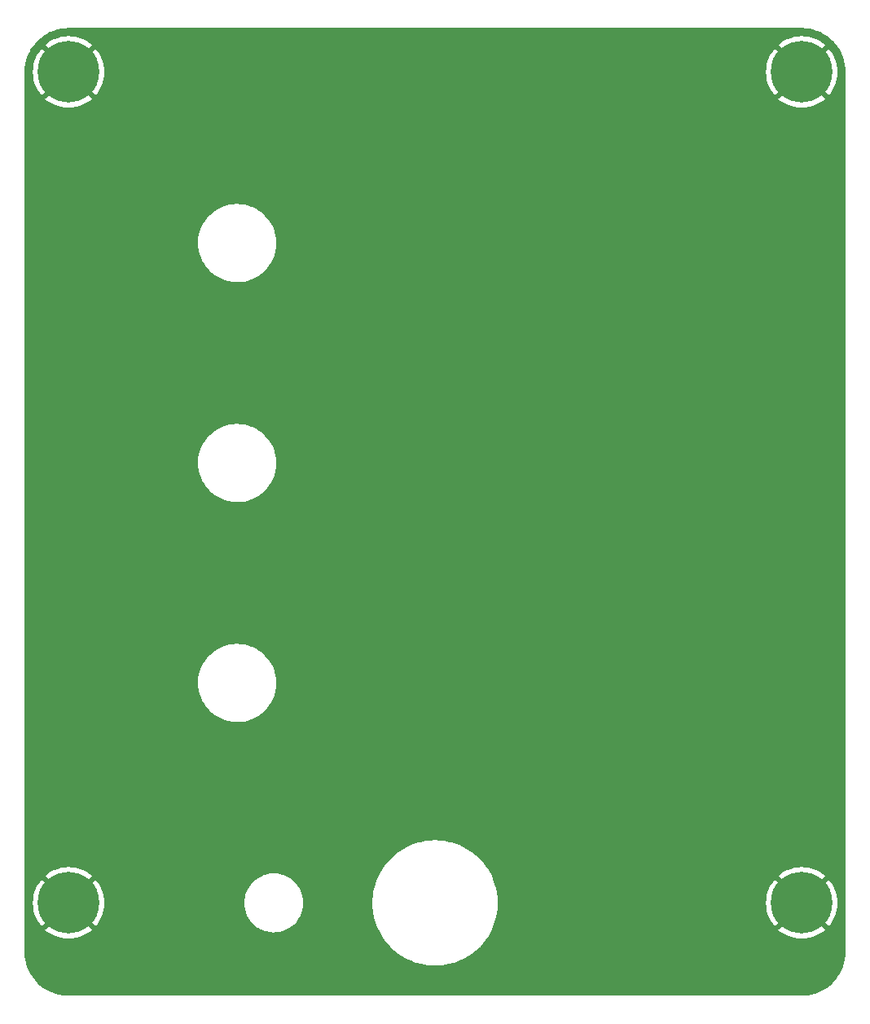
<source format=gtl>
G04 #@! TF.GenerationSoftware,KiCad,Pcbnew,6.0.5+dfsg-1~bpo11+1*
G04 #@! TF.CreationDate,2022-10-16T01:22:10+00:00*
G04 #@! TF.ProjectId,phasor_II_front_panel,70686173-6f72-45f4-9949-5f66726f6e74,0*
G04 #@! TF.SameCoordinates,Original*
G04 #@! TF.FileFunction,Copper,L1,Top*
G04 #@! TF.FilePolarity,Positive*
%FSLAX46Y46*%
G04 Gerber Fmt 4.6, Leading zero omitted, Abs format (unit mm)*
G04 Created by KiCad (PCBNEW 6.0.5+dfsg-1~bpo11+1) date 2022-10-16 01:22:10*
%MOMM*%
%LPD*%
G01*
G04 APERTURE LIST*
G04 #@! TA.AperFunction,ComponentPad*
%ADD10C,0.800000*%
G04 #@! TD*
G04 #@! TA.AperFunction,ComponentPad*
%ADD11C,6.400000*%
G04 #@! TD*
G04 APERTURE END LIST*
D10*
X189911056Y-56722944D03*
X186516944Y-60117056D03*
X188214000Y-56020000D03*
X190614000Y-58420000D03*
D11*
X188214000Y-58420000D03*
D10*
X186516944Y-56722944D03*
X185814000Y-58420000D03*
X189911056Y-60117056D03*
X188214000Y-60820000D03*
X188214000Y-142380000D03*
X186516944Y-146477056D03*
X185814000Y-144780000D03*
X190614000Y-144780000D03*
X189911056Y-143082944D03*
X189911056Y-146477056D03*
X186516944Y-143082944D03*
D11*
X188214000Y-144780000D03*
D10*
X188214000Y-147180000D03*
X109614000Y-144780000D03*
X112014000Y-142380000D03*
X113711056Y-146477056D03*
X110316944Y-143082944D03*
X113711056Y-143082944D03*
X110316944Y-146477056D03*
D11*
X112014000Y-144780000D03*
D10*
X112014000Y-147180000D03*
X114414000Y-144780000D03*
X110316944Y-56722944D03*
X112014000Y-60820000D03*
X109614000Y-58420000D03*
X113711056Y-56722944D03*
D11*
X112014000Y-58420000D03*
D10*
X112014000Y-56020000D03*
X114414000Y-58420000D03*
X110316944Y-60117056D03*
X113711056Y-60117056D03*
G04 #@! TA.AperFunction,Conductor*
G36*
X188184018Y-53850000D02*
G01*
X188198851Y-53852310D01*
X188198855Y-53852310D01*
X188207724Y-53853691D01*
X188228183Y-53851016D01*
X188250008Y-53850072D01*
X188606937Y-53865656D01*
X188617886Y-53866614D01*
X189002379Y-53917233D01*
X189013205Y-53919142D01*
X189391822Y-54003080D01*
X189402439Y-54005925D01*
X189572702Y-54059608D01*
X189772302Y-54122542D01*
X189782615Y-54126295D01*
X190140932Y-54274715D01*
X190150876Y-54279353D01*
X190494867Y-54458423D01*
X190504387Y-54463919D01*
X190831468Y-54672292D01*
X190840472Y-54678597D01*
X191148138Y-54914678D01*
X191156558Y-54921743D01*
X191442483Y-55183744D01*
X191450252Y-55191513D01*
X191463682Y-55206169D01*
X191712257Y-55477442D01*
X191719322Y-55485862D01*
X191955403Y-55793528D01*
X191961708Y-55802532D01*
X192170081Y-56129613D01*
X192175576Y-56139132D01*
X192225451Y-56234939D01*
X192354643Y-56483115D01*
X192359289Y-56493077D01*
X192507702Y-56851377D01*
X192511461Y-56861706D01*
X192628075Y-57231561D01*
X192630920Y-57242178D01*
X192714858Y-57620795D01*
X192716767Y-57631621D01*
X192767386Y-58016114D01*
X192768344Y-58027064D01*
X192783603Y-58376552D01*
X192782223Y-58401429D01*
X192780309Y-58413724D01*
X192781473Y-58422626D01*
X192781473Y-58422628D01*
X192784436Y-58445283D01*
X192785500Y-58461621D01*
X192785500Y-149810633D01*
X192784000Y-149830018D01*
X192781690Y-149844851D01*
X192781690Y-149844855D01*
X192780309Y-149853724D01*
X192782984Y-149874183D01*
X192783928Y-149896008D01*
X192777291Y-150048014D01*
X192768344Y-150252936D01*
X192767386Y-150263886D01*
X192716767Y-150648379D01*
X192714858Y-150659205D01*
X192630920Y-151037822D01*
X192628075Y-151048439D01*
X192511461Y-151418294D01*
X192507702Y-151428623D01*
X192359289Y-151786923D01*
X192354643Y-151796885D01*
X192175577Y-152140867D01*
X192170081Y-152150387D01*
X191961708Y-152477468D01*
X191955403Y-152486472D01*
X191719322Y-152794138D01*
X191712257Y-152802558D01*
X191450256Y-153088483D01*
X191442483Y-153096256D01*
X191156558Y-153358257D01*
X191148138Y-153365322D01*
X190840472Y-153601403D01*
X190831468Y-153607708D01*
X190504387Y-153816081D01*
X190494868Y-153821576D01*
X190150876Y-154000647D01*
X190140932Y-154005285D01*
X189782615Y-154153705D01*
X189772302Y-154157458D01*
X189572702Y-154220392D01*
X189402439Y-154274075D01*
X189391822Y-154276920D01*
X189013205Y-154360858D01*
X189002379Y-154362767D01*
X188617886Y-154413386D01*
X188606937Y-154414344D01*
X188257446Y-154429603D01*
X188232571Y-154428223D01*
X188220276Y-154426309D01*
X188211374Y-154427473D01*
X188211372Y-154427473D01*
X188196323Y-154429441D01*
X188188714Y-154430436D01*
X188172379Y-154431500D01*
X112063367Y-154431500D01*
X112043982Y-154430000D01*
X112029149Y-154427690D01*
X112029145Y-154427690D01*
X112020276Y-154426309D01*
X111999817Y-154428984D01*
X111977992Y-154429928D01*
X111621063Y-154414344D01*
X111610114Y-154413386D01*
X111225621Y-154362767D01*
X111214795Y-154360858D01*
X110836178Y-154276920D01*
X110825561Y-154274075D01*
X110655298Y-154220392D01*
X110455698Y-154157458D01*
X110445385Y-154153705D01*
X110087068Y-154005285D01*
X110077124Y-154000647D01*
X109733132Y-153821576D01*
X109723613Y-153816081D01*
X109396532Y-153607708D01*
X109387528Y-153601403D01*
X109079862Y-153365322D01*
X109071442Y-153358257D01*
X108785517Y-153096256D01*
X108777744Y-153088483D01*
X108515743Y-152802558D01*
X108508678Y-152794138D01*
X108272597Y-152486472D01*
X108266292Y-152477468D01*
X108057919Y-152150387D01*
X108052423Y-152140867D01*
X107873357Y-151796885D01*
X107868711Y-151786923D01*
X107720298Y-151428623D01*
X107716539Y-151418294D01*
X107599925Y-151048439D01*
X107597080Y-151037822D01*
X107513142Y-150659205D01*
X107511233Y-150648379D01*
X107460614Y-150263886D01*
X107459656Y-150252936D01*
X107444561Y-149907208D01*
X107446188Y-149880805D01*
X107446769Y-149877352D01*
X107446770Y-149877345D01*
X107447576Y-149872552D01*
X107447729Y-149860000D01*
X107443773Y-149832376D01*
X107442500Y-149814514D01*
X107442500Y-147577386D01*
X109581759Y-147577386D01*
X109589216Y-147587753D01*
X109828935Y-147781874D01*
X109834272Y-147785751D01*
X110154685Y-147993830D01*
X110160394Y-147997127D01*
X110500811Y-148170578D01*
X110506836Y-148173260D01*
X110863502Y-148310171D01*
X110869784Y-148312212D01*
X111238816Y-148411094D01*
X111245266Y-148412465D01*
X111622629Y-148472234D01*
X111629167Y-148472920D01*
X112010699Y-148492916D01*
X112017301Y-148492916D01*
X112398833Y-148472920D01*
X112405371Y-148472234D01*
X112782734Y-148412465D01*
X112789184Y-148411094D01*
X113158216Y-148312212D01*
X113164498Y-148310171D01*
X113521164Y-148173260D01*
X113527189Y-148170578D01*
X113867606Y-147997127D01*
X113873315Y-147993830D01*
X114193728Y-147785751D01*
X114199065Y-147781874D01*
X114437835Y-147588522D01*
X114446300Y-147576267D01*
X114439966Y-147565176D01*
X112026812Y-145152022D01*
X112012868Y-145144408D01*
X112011035Y-145144539D01*
X112004420Y-145148790D01*
X109588900Y-147564310D01*
X109581759Y-147577386D01*
X107442500Y-147577386D01*
X107442500Y-144783301D01*
X108301084Y-144783301D01*
X108321080Y-145164833D01*
X108321766Y-145171371D01*
X108381535Y-145548734D01*
X108382906Y-145555184D01*
X108481788Y-145924216D01*
X108483829Y-145930498D01*
X108620740Y-146287164D01*
X108623422Y-146293189D01*
X108796872Y-146633603D01*
X108800169Y-146639313D01*
X109008253Y-146959735D01*
X109012123Y-146965061D01*
X109205478Y-147203835D01*
X109217733Y-147212300D01*
X109228824Y-147205966D01*
X111641978Y-144792812D01*
X111648356Y-144781132D01*
X112378408Y-144781132D01*
X112378539Y-144782965D01*
X112382790Y-144789580D01*
X114798310Y-147205100D01*
X114811386Y-147212241D01*
X114821753Y-147204784D01*
X115015877Y-146965061D01*
X115019747Y-146959735D01*
X115227831Y-146639313D01*
X115231128Y-146633603D01*
X115404578Y-146293189D01*
X115407260Y-146287164D01*
X115544171Y-145930498D01*
X115546212Y-145924216D01*
X115645094Y-145555184D01*
X115646465Y-145548734D01*
X115706234Y-145171371D01*
X115706920Y-145164833D01*
X115726916Y-144783301D01*
X115726916Y-144776699D01*
X115724847Y-144737229D01*
X130286980Y-144737229D01*
X130287877Y-144758622D01*
X130301301Y-145078928D01*
X130321024Y-145206332D01*
X130334139Y-145291045D01*
X130353622Y-145416900D01*
X130443290Y-145746934D01*
X130569188Y-146064916D01*
X130570843Y-146068028D01*
X130570845Y-146068033D01*
X130657646Y-146231281D01*
X130729746Y-146366882D01*
X130731736Y-146369788D01*
X130731737Y-146369790D01*
X130920973Y-146646162D01*
X130920978Y-146646168D01*
X130922964Y-146649069D01*
X131146433Y-146907960D01*
X131397367Y-147140328D01*
X131672639Y-147343276D01*
X131675676Y-147345030D01*
X131675680Y-147345032D01*
X131793231Y-147412900D01*
X131968818Y-147514275D01*
X132095715Y-147569715D01*
X132278992Y-147649787D01*
X132278995Y-147649788D01*
X132282213Y-147651194D01*
X132285570Y-147652233D01*
X132285575Y-147652235D01*
X132421434Y-147694290D01*
X132608916Y-147752325D01*
X132612372Y-147752984D01*
X132612371Y-147752984D01*
X132941405Y-147815751D01*
X132941410Y-147815752D01*
X132944856Y-147816409D01*
X133169015Y-147833657D01*
X133282350Y-147842378D01*
X133282351Y-147842378D01*
X133285847Y-147842647D01*
X133498892Y-147835208D01*
X133624122Y-147830835D01*
X133624127Y-147830835D01*
X133627637Y-147830712D01*
X133796802Y-147805731D01*
X133962487Y-147781265D01*
X133962491Y-147781264D01*
X133965966Y-147780751D01*
X133969358Y-147779855D01*
X133969362Y-147779854D01*
X134293210Y-147694290D01*
X134293219Y-147694287D01*
X134296618Y-147693389D01*
X134615471Y-147569715D01*
X134918551Y-147411268D01*
X135202080Y-147220025D01*
X135462525Y-146998369D01*
X135464920Y-146995819D01*
X135464928Y-146995811D01*
X135694227Y-146751631D01*
X135694231Y-146751626D01*
X135696638Y-146749063D01*
X135698743Y-146746249D01*
X135698749Y-146746242D01*
X135899394Y-146478034D01*
X135901503Y-146475215D01*
X135903284Y-146472180D01*
X136072784Y-146183275D01*
X136072787Y-146183270D01*
X136074566Y-146180237D01*
X136111313Y-146097702D01*
X136212237Y-145871023D01*
X136212239Y-145871018D01*
X136213669Y-145867806D01*
X136317079Y-145541816D01*
X136383507Y-145206332D01*
X136394501Y-145075411D01*
X136411942Y-144867715D01*
X136411942Y-144867708D01*
X136412125Y-144865533D01*
X136413140Y-144792812D01*
X136413289Y-144782178D01*
X136413289Y-144782166D01*
X136413319Y-144780000D01*
X143600478Y-144780000D01*
X143609513Y-145009960D01*
X143620557Y-145291045D01*
X143620846Y-145293488D01*
X143620847Y-145293499D01*
X143650634Y-145545167D01*
X143680670Y-145798939D01*
X143780447Y-146300552D01*
X143919272Y-146792789D01*
X144096290Y-147272617D01*
X144097320Y-147274852D01*
X144097322Y-147274856D01*
X144309372Y-147734829D01*
X144309379Y-147734842D01*
X144310409Y-147737077D01*
X144560310Y-148183306D01*
X144844450Y-148608552D01*
X145161079Y-149010194D01*
X145162756Y-149012009D01*
X145162761Y-149012014D01*
X145419119Y-149289341D01*
X145508244Y-149385756D01*
X145883806Y-149732921D01*
X145885749Y-149734453D01*
X145885754Y-149734457D01*
X146037044Y-149853724D01*
X146285448Y-150049550D01*
X146710694Y-150333690D01*
X147156923Y-150583591D01*
X147159158Y-150584621D01*
X147159171Y-150584628D01*
X147619144Y-150796678D01*
X147621383Y-150797710D01*
X148101211Y-150974728D01*
X148324926Y-151037822D01*
X148591068Y-151112882D01*
X148591073Y-151112883D01*
X148593448Y-151113553D01*
X149095061Y-151213330D01*
X149258981Y-151232731D01*
X149600501Y-151273153D01*
X149600512Y-151273154D01*
X149602955Y-151273443D01*
X150114000Y-151293522D01*
X150625045Y-151273443D01*
X150627488Y-151273154D01*
X150627499Y-151273153D01*
X150969019Y-151232731D01*
X151132939Y-151213330D01*
X151634552Y-151113553D01*
X151636927Y-151112883D01*
X151636932Y-151112882D01*
X151903074Y-151037822D01*
X152126789Y-150974728D01*
X152606617Y-150797710D01*
X152608856Y-150796678D01*
X153068829Y-150584628D01*
X153068842Y-150584621D01*
X153071077Y-150583591D01*
X153517306Y-150333690D01*
X153942552Y-150049550D01*
X154190956Y-149853724D01*
X154342246Y-149734457D01*
X154342251Y-149734453D01*
X154344194Y-149732921D01*
X154719756Y-149385756D01*
X154808881Y-149289341D01*
X155065239Y-149012014D01*
X155065244Y-149012009D01*
X155066921Y-149010194D01*
X155383550Y-148608552D01*
X155667690Y-148183306D01*
X155917591Y-147737077D01*
X155918621Y-147734842D01*
X155918628Y-147734829D01*
X155991210Y-147577386D01*
X185781759Y-147577386D01*
X185789216Y-147587753D01*
X186028935Y-147781874D01*
X186034272Y-147785751D01*
X186354685Y-147993830D01*
X186360394Y-147997127D01*
X186700811Y-148170578D01*
X186706836Y-148173260D01*
X187063502Y-148310171D01*
X187069784Y-148312212D01*
X187438816Y-148411094D01*
X187445266Y-148412465D01*
X187822629Y-148472234D01*
X187829167Y-148472920D01*
X188210699Y-148492916D01*
X188217301Y-148492916D01*
X188598833Y-148472920D01*
X188605371Y-148472234D01*
X188982734Y-148412465D01*
X188989184Y-148411094D01*
X189358216Y-148312212D01*
X189364498Y-148310171D01*
X189721164Y-148173260D01*
X189727189Y-148170578D01*
X190067606Y-147997127D01*
X190073315Y-147993830D01*
X190393728Y-147785751D01*
X190399065Y-147781874D01*
X190637835Y-147588522D01*
X190646300Y-147576267D01*
X190639966Y-147565176D01*
X188226812Y-145152022D01*
X188212868Y-145144408D01*
X188211035Y-145144539D01*
X188204420Y-145148790D01*
X185788900Y-147564310D01*
X185781759Y-147577386D01*
X155991210Y-147577386D01*
X156130678Y-147274856D01*
X156130680Y-147274852D01*
X156131710Y-147272617D01*
X156308728Y-146792789D01*
X156447553Y-146300552D01*
X156547330Y-145798939D01*
X156577366Y-145545167D01*
X156607153Y-145293499D01*
X156607154Y-145293488D01*
X156607443Y-145291045D01*
X156627392Y-144783301D01*
X184501084Y-144783301D01*
X184521080Y-145164833D01*
X184521766Y-145171371D01*
X184581535Y-145548734D01*
X184582906Y-145555184D01*
X184681788Y-145924216D01*
X184683829Y-145930498D01*
X184820740Y-146287164D01*
X184823422Y-146293189D01*
X184996872Y-146633603D01*
X185000169Y-146639313D01*
X185208253Y-146959735D01*
X185212123Y-146965061D01*
X185405478Y-147203835D01*
X185417733Y-147212300D01*
X185428824Y-147205966D01*
X187841978Y-144792812D01*
X187848356Y-144781132D01*
X188578408Y-144781132D01*
X188578539Y-144782965D01*
X188582790Y-144789580D01*
X190998310Y-147205100D01*
X191011386Y-147212241D01*
X191021753Y-147204784D01*
X191215877Y-146965061D01*
X191219747Y-146959735D01*
X191427831Y-146639313D01*
X191431128Y-146633603D01*
X191604578Y-146293189D01*
X191607260Y-146287164D01*
X191744171Y-145930498D01*
X191746212Y-145924216D01*
X191845094Y-145555184D01*
X191846465Y-145548734D01*
X191906234Y-145171371D01*
X191906920Y-145164833D01*
X191926916Y-144783301D01*
X191926916Y-144776699D01*
X191906920Y-144395167D01*
X191906234Y-144388629D01*
X191846465Y-144011266D01*
X191845094Y-144004816D01*
X191746212Y-143635784D01*
X191744171Y-143629502D01*
X191607260Y-143272836D01*
X191604578Y-143266811D01*
X191431128Y-142926397D01*
X191427831Y-142920687D01*
X191219747Y-142600265D01*
X191215877Y-142594939D01*
X191022522Y-142356165D01*
X191010267Y-142347700D01*
X190999176Y-142354034D01*
X188586022Y-144767188D01*
X188578408Y-144781132D01*
X187848356Y-144781132D01*
X187849592Y-144778868D01*
X187849461Y-144777035D01*
X187845210Y-144770420D01*
X185429690Y-142354900D01*
X185416614Y-142347759D01*
X185406247Y-142355216D01*
X185212123Y-142594939D01*
X185208253Y-142600265D01*
X185000169Y-142920687D01*
X184996872Y-142926397D01*
X184823422Y-143266811D01*
X184820740Y-143272836D01*
X184683829Y-143629502D01*
X184681788Y-143635784D01*
X184582906Y-144004816D01*
X184581535Y-144011266D01*
X184521766Y-144388629D01*
X184521080Y-144395167D01*
X184501084Y-144776699D01*
X184501084Y-144783301D01*
X156627392Y-144783301D01*
X156627522Y-144780000D01*
X156607443Y-144268955D01*
X156600518Y-144210440D01*
X156547620Y-143763513D01*
X156547330Y-143761061D01*
X156447553Y-143259448D01*
X156419442Y-143159772D01*
X156402837Y-143100897D01*
X156308728Y-142767211D01*
X156131710Y-142287383D01*
X156130678Y-142285144D01*
X155991726Y-141983733D01*
X185781700Y-141983733D01*
X185788034Y-141994824D01*
X188201188Y-144407978D01*
X188215132Y-144415592D01*
X188216965Y-144415461D01*
X188223580Y-144411210D01*
X190639100Y-141995690D01*
X190646241Y-141982614D01*
X190638784Y-141972247D01*
X190399065Y-141778126D01*
X190393728Y-141774249D01*
X190073315Y-141566170D01*
X190067606Y-141562873D01*
X189727189Y-141389422D01*
X189721164Y-141386740D01*
X189364498Y-141249829D01*
X189358216Y-141247788D01*
X188989184Y-141148906D01*
X188982734Y-141147535D01*
X188605371Y-141087766D01*
X188598833Y-141087080D01*
X188217301Y-141067084D01*
X188210699Y-141067084D01*
X187829167Y-141087080D01*
X187822629Y-141087766D01*
X187445266Y-141147535D01*
X187438816Y-141148906D01*
X187069784Y-141247788D01*
X187063502Y-141249829D01*
X186706836Y-141386740D01*
X186700811Y-141389422D01*
X186360397Y-141562872D01*
X186354687Y-141566169D01*
X186034265Y-141774253D01*
X186028939Y-141778123D01*
X185790165Y-141971478D01*
X185781700Y-141983733D01*
X155991726Y-141983733D01*
X155918628Y-141825171D01*
X155918621Y-141825158D01*
X155917591Y-141822923D01*
X155667690Y-141376694D01*
X155383550Y-140951448D01*
X155066921Y-140549806D01*
X154933856Y-140405856D01*
X154721419Y-140176043D01*
X154719756Y-140174244D01*
X154344194Y-139827079D01*
X153942552Y-139510450D01*
X153517306Y-139226310D01*
X153071077Y-138976409D01*
X153068842Y-138975379D01*
X153068829Y-138975372D01*
X152608856Y-138763322D01*
X152608852Y-138763320D01*
X152606617Y-138762290D01*
X152126789Y-138585272D01*
X151793103Y-138491163D01*
X151636932Y-138447118D01*
X151636927Y-138447117D01*
X151634552Y-138446447D01*
X151132939Y-138346670D01*
X150969019Y-138327269D01*
X150627499Y-138286847D01*
X150627488Y-138286846D01*
X150625045Y-138286557D01*
X150114000Y-138266478D01*
X149602955Y-138286557D01*
X149600512Y-138286846D01*
X149600501Y-138286847D01*
X149258981Y-138327269D01*
X149095061Y-138346670D01*
X148593448Y-138446447D01*
X148591073Y-138447117D01*
X148591068Y-138447118D01*
X148434897Y-138491163D01*
X148101211Y-138585272D01*
X147621383Y-138762290D01*
X147619148Y-138763320D01*
X147619144Y-138763322D01*
X147159171Y-138975372D01*
X147159158Y-138975379D01*
X147156923Y-138976409D01*
X146710694Y-139226310D01*
X146285448Y-139510450D01*
X145883806Y-139827079D01*
X145508244Y-140174244D01*
X145506581Y-140176043D01*
X145294145Y-140405856D01*
X145161079Y-140549806D01*
X144844450Y-140951448D01*
X144560310Y-141376694D01*
X144310409Y-141822923D01*
X144309379Y-141825158D01*
X144309372Y-141825171D01*
X144097322Y-142285144D01*
X144096290Y-142287383D01*
X143919272Y-142767211D01*
X143825163Y-143100897D01*
X143808559Y-143159772D01*
X143780447Y-143259448D01*
X143680670Y-143761061D01*
X143680380Y-143763513D01*
X143627483Y-144210440D01*
X143620557Y-144268955D01*
X143600478Y-144780000D01*
X136413319Y-144780000D01*
X136413154Y-144777035D01*
X136394424Y-144442044D01*
X136394228Y-144438535D01*
X136337194Y-144101326D01*
X136325254Y-144059685D01*
X136243893Y-143775948D01*
X136243891Y-143775942D01*
X136242926Y-143772577D01*
X136239190Y-143763513D01*
X136113939Y-143459629D01*
X136113935Y-143459621D01*
X136112601Y-143456384D01*
X135947842Y-143156688D01*
X135910410Y-143103624D01*
X135752734Y-142880105D01*
X135752733Y-142880104D01*
X135750703Y-142877226D01*
X135523642Y-142621481D01*
X135269487Y-142392639D01*
X135193568Y-142338286D01*
X134994275Y-142195606D01*
X134994268Y-142195602D01*
X134991408Y-142193554D01*
X134692871Y-142026707D01*
X134377595Y-141894178D01*
X134334282Y-141881430D01*
X134241633Y-141854162D01*
X134049512Y-141797617D01*
X134046056Y-141797008D01*
X134046049Y-141797006D01*
X133716169Y-141738840D01*
X133716167Y-141738840D01*
X133712709Y-141738230D01*
X133709200Y-141738009D01*
X133709198Y-141738009D01*
X133374904Y-141716977D01*
X133374898Y-141716977D01*
X133371386Y-141716756D01*
X133273227Y-141721557D01*
X133033303Y-141733290D01*
X133033294Y-141733291D01*
X133029796Y-141733462D01*
X133026328Y-141734024D01*
X133026325Y-141734024D01*
X132695672Y-141787578D01*
X132695669Y-141787579D01*
X132692197Y-141788141D01*
X132688810Y-141789087D01*
X132688804Y-141789088D01*
X132366192Y-141879163D01*
X132362797Y-141880111D01*
X132359534Y-141881429D01*
X132359532Y-141881430D01*
X132048959Y-142006910D01*
X132045702Y-142008226D01*
X131744864Y-142170889D01*
X131464033Y-142366072D01*
X131461391Y-142368385D01*
X131461387Y-142368388D01*
X131430993Y-142394996D01*
X131206708Y-142591342D01*
X130976098Y-142843893D01*
X130974032Y-142846736D01*
X130974030Y-142846739D01*
X130953792Y-142874594D01*
X130775076Y-143120575D01*
X130606149Y-143417941D01*
X130471422Y-143732283D01*
X130458239Y-143775948D01*
X130387192Y-144011266D01*
X130372573Y-144059685D01*
X130345918Y-144204919D01*
X130312201Y-144388629D01*
X130310836Y-144396064D01*
X130286980Y-144737229D01*
X115724847Y-144737229D01*
X115706920Y-144395167D01*
X115706234Y-144388629D01*
X115646465Y-144011266D01*
X115645094Y-144004816D01*
X115546212Y-143635784D01*
X115544171Y-143629502D01*
X115407260Y-143272836D01*
X115404578Y-143266811D01*
X115231128Y-142926397D01*
X115227831Y-142920687D01*
X115019747Y-142600265D01*
X115015877Y-142594939D01*
X114822522Y-142356165D01*
X114810267Y-142347700D01*
X114799176Y-142354034D01*
X112386022Y-144767188D01*
X112378408Y-144781132D01*
X111648356Y-144781132D01*
X111649592Y-144778868D01*
X111649461Y-144777035D01*
X111645210Y-144770420D01*
X109229690Y-142354900D01*
X109216614Y-142347759D01*
X109206247Y-142355216D01*
X109012123Y-142594939D01*
X109008253Y-142600265D01*
X108800169Y-142920687D01*
X108796872Y-142926397D01*
X108623422Y-143266811D01*
X108620740Y-143272836D01*
X108483829Y-143629502D01*
X108481788Y-143635784D01*
X108382906Y-144004816D01*
X108381535Y-144011266D01*
X108321766Y-144388629D01*
X108321080Y-144395167D01*
X108301084Y-144776699D01*
X108301084Y-144783301D01*
X107442500Y-144783301D01*
X107442500Y-141983733D01*
X109581700Y-141983733D01*
X109588034Y-141994824D01*
X112001188Y-144407978D01*
X112015132Y-144415592D01*
X112016965Y-144415461D01*
X112023580Y-144411210D01*
X114439100Y-141995690D01*
X114446241Y-141982614D01*
X114438784Y-141972247D01*
X114199065Y-141778126D01*
X114193728Y-141774249D01*
X113873315Y-141566170D01*
X113867606Y-141562873D01*
X113527189Y-141389422D01*
X113521164Y-141386740D01*
X113164498Y-141249829D01*
X113158216Y-141247788D01*
X112789184Y-141148906D01*
X112782734Y-141147535D01*
X112405371Y-141087766D01*
X112398833Y-141087080D01*
X112017301Y-141067084D01*
X112010699Y-141067084D01*
X111629167Y-141087080D01*
X111622629Y-141087766D01*
X111245266Y-141147535D01*
X111238816Y-141148906D01*
X110869784Y-141247788D01*
X110863502Y-141249829D01*
X110506836Y-141386740D01*
X110500811Y-141389422D01*
X110160397Y-141562872D01*
X110154687Y-141566169D01*
X109834265Y-141774253D01*
X109828939Y-141778123D01*
X109590165Y-141971478D01*
X109581700Y-141983733D01*
X107442500Y-141983733D01*
X107442500Y-121863266D01*
X125477001Y-121863266D01*
X125477109Y-121866356D01*
X125477499Y-121877534D01*
X125489347Y-122216798D01*
X125490856Y-122260016D01*
X125543361Y-122653521D01*
X125634014Y-123040023D01*
X125761951Y-123415835D01*
X125925950Y-123777369D01*
X126124446Y-124121174D01*
X126126235Y-124123672D01*
X126126237Y-124123676D01*
X126226353Y-124263516D01*
X126355544Y-124443969D01*
X126617038Y-124742671D01*
X126619286Y-124744782D01*
X126904178Y-125012314D01*
X126904185Y-125012320D01*
X126906433Y-125014431D01*
X126908883Y-125016318D01*
X126908888Y-125016322D01*
X127218522Y-125254773D01*
X127220965Y-125256654D01*
X127223564Y-125258278D01*
X127223574Y-125258285D01*
X127404998Y-125371650D01*
X127557634Y-125467027D01*
X127913224Y-125643544D01*
X128284342Y-125784518D01*
X128667446Y-125888605D01*
X128670489Y-125889120D01*
X128670495Y-125889121D01*
X129055837Y-125954297D01*
X129055844Y-125954298D01*
X129058878Y-125954811D01*
X129061949Y-125955026D01*
X129061951Y-125955026D01*
X129451837Y-125982290D01*
X129451845Y-125982290D01*
X129454903Y-125982504D01*
X129711170Y-125975346D01*
X129848666Y-125971505D01*
X129848669Y-125971505D01*
X129851740Y-125971419D01*
X129854793Y-125971033D01*
X129854797Y-125971033D01*
X130043315Y-125947218D01*
X130245601Y-125921663D01*
X130248605Y-125920981D01*
X130248608Y-125920980D01*
X130629731Y-125834391D01*
X130629737Y-125834389D01*
X130632727Y-125833710D01*
X130780604Y-125784518D01*
X131006499Y-125709373D01*
X131006505Y-125709371D01*
X131009423Y-125708400D01*
X131152633Y-125644639D01*
X131369294Y-125548176D01*
X131369300Y-125548173D01*
X131372094Y-125546929D01*
X131512747Y-125467027D01*
X131714603Y-125352357D01*
X131714611Y-125352352D01*
X131717276Y-125350838D01*
X132041676Y-125121999D01*
X132342197Y-124862596D01*
X132344318Y-124860369D01*
X132344324Y-124860363D01*
X132613853Y-124577329D01*
X132615970Y-124575106D01*
X132649237Y-124532527D01*
X132858472Y-124264717D01*
X132858474Y-124264714D01*
X132860382Y-124262272D01*
X132862038Y-124259662D01*
X132862044Y-124259654D01*
X133071447Y-123929688D01*
X133071451Y-123929681D01*
X133073101Y-123927081D01*
X133099390Y-123875039D01*
X133158043Y-123758925D01*
X133252096Y-123572732D01*
X133253203Y-123569878D01*
X133253207Y-123569869D01*
X133394543Y-123205483D01*
X133394546Y-123205474D01*
X133395658Y-123202607D01*
X133502417Y-122820239D01*
X133571354Y-122429278D01*
X133601811Y-122033457D01*
X133603395Y-121920000D01*
X133600772Y-121866356D01*
X133584152Y-121526552D01*
X133584002Y-121523482D01*
X133575220Y-121464012D01*
X133526458Y-121133795D01*
X133526457Y-121133791D01*
X133526008Y-121130749D01*
X133429967Y-120745550D01*
X133411728Y-120694327D01*
X133297828Y-120374460D01*
X133296796Y-120371561D01*
X133127765Y-120012352D01*
X133098015Y-119962445D01*
X132926068Y-119674003D01*
X132924488Y-119671352D01*
X132688906Y-119351815D01*
X132423266Y-119056793D01*
X132130105Y-118789100D01*
X131812222Y-118551293D01*
X131763370Y-118521707D01*
X131475277Y-118347231D01*
X131475268Y-118347226D01*
X131472649Y-118345640D01*
X131114629Y-118174106D01*
X131055229Y-118152486D01*
X130744475Y-118039381D01*
X130744474Y-118039381D01*
X130741579Y-118038327D01*
X130534688Y-117985206D01*
X130360043Y-117940365D01*
X130360040Y-117940364D01*
X130357059Y-117939599D01*
X129964740Y-117878865D01*
X129961683Y-117878694D01*
X129961682Y-117878694D01*
X129932924Y-117877086D01*
X129568368Y-117856704D01*
X129565290Y-117856833D01*
X129565286Y-117856833D01*
X129306983Y-117867659D01*
X129171724Y-117873328D01*
X129168680Y-117873756D01*
X129168678Y-117873756D01*
X129128989Y-117879334D01*
X128778596Y-117928579D01*
X128392735Y-118021928D01*
X128017825Y-118152486D01*
X127971035Y-118174106D01*
X127660242Y-118317712D01*
X127660232Y-118317717D01*
X127657445Y-118319005D01*
X127315034Y-118519896D01*
X127274018Y-118549696D01*
X126996342Y-118751439D01*
X126996336Y-118751444D01*
X126993861Y-118753242D01*
X126991575Y-118755271D01*
X126991572Y-118755274D01*
X126951134Y-118791177D01*
X126696991Y-119016815D01*
X126694901Y-119019072D01*
X126694899Y-119019074D01*
X126429354Y-119305837D01*
X126429349Y-119305843D01*
X126427259Y-119308100D01*
X126425399Y-119310550D01*
X126425396Y-119310554D01*
X126392202Y-119354286D01*
X126187238Y-119624316D01*
X126185627Y-119626934D01*
X126185624Y-119626939D01*
X125980834Y-119959821D01*
X125979220Y-119962445D01*
X125805190Y-120319258D01*
X125804119Y-120322139D01*
X125804116Y-120322145D01*
X125718146Y-120553313D01*
X125666810Y-120691352D01*
X125565400Y-121075173D01*
X125501928Y-121467058D01*
X125501734Y-121470138D01*
X125501734Y-121470140D01*
X125494762Y-121580967D01*
X125477001Y-121863266D01*
X107442500Y-121863266D01*
X107442500Y-99003266D01*
X125477001Y-99003266D01*
X125477109Y-99006356D01*
X125477499Y-99017534D01*
X125489347Y-99356798D01*
X125490856Y-99400016D01*
X125543361Y-99793521D01*
X125634014Y-100180023D01*
X125761951Y-100555835D01*
X125925950Y-100917369D01*
X126124446Y-101261174D01*
X126126235Y-101263672D01*
X126126237Y-101263676D01*
X126226353Y-101403516D01*
X126355544Y-101583969D01*
X126617038Y-101882671D01*
X126619286Y-101884782D01*
X126904178Y-102152314D01*
X126904185Y-102152320D01*
X126906433Y-102154431D01*
X126908883Y-102156318D01*
X126908888Y-102156322D01*
X127218522Y-102394773D01*
X127220965Y-102396654D01*
X127223564Y-102398278D01*
X127223574Y-102398285D01*
X127404998Y-102511650D01*
X127557634Y-102607027D01*
X127913224Y-102783544D01*
X128284342Y-102924518D01*
X128667446Y-103028605D01*
X128670489Y-103029120D01*
X128670495Y-103029121D01*
X129055837Y-103094297D01*
X129055844Y-103094298D01*
X129058878Y-103094811D01*
X129061949Y-103095026D01*
X129061951Y-103095026D01*
X129451837Y-103122290D01*
X129451845Y-103122290D01*
X129454903Y-103122504D01*
X129711170Y-103115346D01*
X129848666Y-103111505D01*
X129848669Y-103111505D01*
X129851740Y-103111419D01*
X129854793Y-103111033D01*
X129854797Y-103111033D01*
X130043315Y-103087218D01*
X130245601Y-103061663D01*
X130248605Y-103060981D01*
X130248608Y-103060980D01*
X130629731Y-102974391D01*
X130629737Y-102974389D01*
X130632727Y-102973710D01*
X130780604Y-102924518D01*
X131006499Y-102849373D01*
X131006505Y-102849371D01*
X131009423Y-102848400D01*
X131152633Y-102784639D01*
X131369294Y-102688176D01*
X131369300Y-102688173D01*
X131372094Y-102686929D01*
X131512747Y-102607027D01*
X131714603Y-102492357D01*
X131714611Y-102492352D01*
X131717276Y-102490838D01*
X132041676Y-102261999D01*
X132342197Y-102002596D01*
X132344318Y-102000369D01*
X132344324Y-102000363D01*
X132613853Y-101717329D01*
X132615970Y-101715106D01*
X132649237Y-101672527D01*
X132858472Y-101404717D01*
X132858474Y-101404714D01*
X132860382Y-101402272D01*
X132862038Y-101399662D01*
X132862044Y-101399654D01*
X133071447Y-101069688D01*
X133071451Y-101069681D01*
X133073101Y-101067081D01*
X133099390Y-101015039D01*
X133158043Y-100898925D01*
X133252096Y-100712732D01*
X133253203Y-100709878D01*
X133253207Y-100709869D01*
X133394543Y-100345483D01*
X133394546Y-100345474D01*
X133395658Y-100342607D01*
X133502417Y-99960239D01*
X133571354Y-99569278D01*
X133601811Y-99173457D01*
X133603395Y-99060000D01*
X133600772Y-99006356D01*
X133584152Y-98666552D01*
X133584002Y-98663482D01*
X133575220Y-98604012D01*
X133526458Y-98273795D01*
X133526457Y-98273791D01*
X133526008Y-98270749D01*
X133429967Y-97885550D01*
X133411728Y-97834327D01*
X133297828Y-97514460D01*
X133296796Y-97511561D01*
X133127765Y-97152352D01*
X133098015Y-97102445D01*
X132926068Y-96814003D01*
X132924488Y-96811352D01*
X132688906Y-96491815D01*
X132423266Y-96196793D01*
X132130105Y-95929100D01*
X131812222Y-95691293D01*
X131763370Y-95661707D01*
X131475277Y-95487231D01*
X131475268Y-95487226D01*
X131472649Y-95485640D01*
X131114629Y-95314106D01*
X131055229Y-95292486D01*
X130744475Y-95179381D01*
X130744474Y-95179381D01*
X130741579Y-95178327D01*
X130534688Y-95125206D01*
X130360043Y-95080365D01*
X130360040Y-95080364D01*
X130357059Y-95079599D01*
X129964740Y-95018865D01*
X129961683Y-95018694D01*
X129961682Y-95018694D01*
X129932924Y-95017086D01*
X129568368Y-94996704D01*
X129565290Y-94996833D01*
X129565286Y-94996833D01*
X129306983Y-95007659D01*
X129171724Y-95013328D01*
X129168680Y-95013756D01*
X129168678Y-95013756D01*
X129128989Y-95019334D01*
X128778596Y-95068579D01*
X128392735Y-95161928D01*
X128017825Y-95292486D01*
X127971035Y-95314106D01*
X127660242Y-95457712D01*
X127660232Y-95457717D01*
X127657445Y-95459005D01*
X127315034Y-95659896D01*
X127274018Y-95689696D01*
X126996342Y-95891439D01*
X126996336Y-95891444D01*
X126993861Y-95893242D01*
X126991575Y-95895271D01*
X126991572Y-95895274D01*
X126951134Y-95931177D01*
X126696991Y-96156815D01*
X126694901Y-96159072D01*
X126694899Y-96159074D01*
X126429354Y-96445837D01*
X126429349Y-96445843D01*
X126427259Y-96448100D01*
X126425399Y-96450550D01*
X126425396Y-96450554D01*
X126392202Y-96494286D01*
X126187238Y-96764316D01*
X126185627Y-96766934D01*
X126185624Y-96766939D01*
X125980834Y-97099821D01*
X125979220Y-97102445D01*
X125805190Y-97459258D01*
X125804119Y-97462139D01*
X125804116Y-97462145D01*
X125718146Y-97693313D01*
X125666810Y-97831352D01*
X125565400Y-98215173D01*
X125501928Y-98607058D01*
X125501734Y-98610138D01*
X125501734Y-98610140D01*
X125494762Y-98720967D01*
X125477001Y-99003266D01*
X107442500Y-99003266D01*
X107442500Y-76143266D01*
X125477001Y-76143266D01*
X125477109Y-76146356D01*
X125477499Y-76157534D01*
X125489347Y-76496798D01*
X125490856Y-76540016D01*
X125543361Y-76933521D01*
X125634014Y-77320023D01*
X125761951Y-77695835D01*
X125925950Y-78057369D01*
X126124446Y-78401174D01*
X126126235Y-78403672D01*
X126126237Y-78403676D01*
X126226353Y-78543516D01*
X126355544Y-78723969D01*
X126617038Y-79022671D01*
X126619286Y-79024782D01*
X126904178Y-79292314D01*
X126904185Y-79292320D01*
X126906433Y-79294431D01*
X126908883Y-79296318D01*
X126908888Y-79296322D01*
X127218522Y-79534773D01*
X127220965Y-79536654D01*
X127223564Y-79538278D01*
X127223574Y-79538285D01*
X127404998Y-79651650D01*
X127557634Y-79747027D01*
X127913224Y-79923544D01*
X128284342Y-80064518D01*
X128667446Y-80168605D01*
X128670489Y-80169120D01*
X128670495Y-80169121D01*
X129055837Y-80234297D01*
X129055844Y-80234298D01*
X129058878Y-80234811D01*
X129061949Y-80235026D01*
X129061951Y-80235026D01*
X129451837Y-80262290D01*
X129451845Y-80262290D01*
X129454903Y-80262504D01*
X129711170Y-80255346D01*
X129848666Y-80251505D01*
X129848669Y-80251505D01*
X129851740Y-80251419D01*
X129854793Y-80251033D01*
X129854797Y-80251033D01*
X130043315Y-80227218D01*
X130245601Y-80201663D01*
X130248605Y-80200981D01*
X130248608Y-80200980D01*
X130629731Y-80114391D01*
X130629737Y-80114389D01*
X130632727Y-80113710D01*
X130780604Y-80064518D01*
X131006499Y-79989373D01*
X131006505Y-79989371D01*
X131009423Y-79988400D01*
X131152633Y-79924639D01*
X131369294Y-79828176D01*
X131369300Y-79828173D01*
X131372094Y-79826929D01*
X131512747Y-79747027D01*
X131714603Y-79632357D01*
X131714611Y-79632352D01*
X131717276Y-79630838D01*
X132041676Y-79401999D01*
X132342197Y-79142596D01*
X132344318Y-79140369D01*
X132344324Y-79140363D01*
X132613853Y-78857329D01*
X132615970Y-78855106D01*
X132649237Y-78812527D01*
X132858472Y-78544717D01*
X132858474Y-78544714D01*
X132860382Y-78542272D01*
X132862038Y-78539662D01*
X132862044Y-78539654D01*
X133071447Y-78209688D01*
X133071451Y-78209681D01*
X133073101Y-78207081D01*
X133099390Y-78155039D01*
X133158043Y-78038925D01*
X133252096Y-77852732D01*
X133253203Y-77849878D01*
X133253207Y-77849869D01*
X133394543Y-77485483D01*
X133394546Y-77485474D01*
X133395658Y-77482607D01*
X133502417Y-77100239D01*
X133571354Y-76709278D01*
X133601811Y-76313457D01*
X133603395Y-76200000D01*
X133600772Y-76146356D01*
X133584152Y-75806552D01*
X133584002Y-75803482D01*
X133575220Y-75744012D01*
X133526458Y-75413795D01*
X133526457Y-75413791D01*
X133526008Y-75410749D01*
X133429967Y-75025550D01*
X133411728Y-74974327D01*
X133297828Y-74654460D01*
X133296796Y-74651561D01*
X133127765Y-74292352D01*
X133098015Y-74242445D01*
X132926068Y-73954003D01*
X132924488Y-73951352D01*
X132688906Y-73631815D01*
X132423266Y-73336793D01*
X132130105Y-73069100D01*
X131812222Y-72831293D01*
X131763370Y-72801707D01*
X131475277Y-72627231D01*
X131475268Y-72627226D01*
X131472649Y-72625640D01*
X131114629Y-72454106D01*
X131055229Y-72432486D01*
X130744475Y-72319381D01*
X130744474Y-72319381D01*
X130741579Y-72318327D01*
X130534688Y-72265206D01*
X130360043Y-72220365D01*
X130360040Y-72220364D01*
X130357059Y-72219599D01*
X129964740Y-72158865D01*
X129961683Y-72158694D01*
X129961682Y-72158694D01*
X129932924Y-72157086D01*
X129568368Y-72136704D01*
X129565290Y-72136833D01*
X129565286Y-72136833D01*
X129306983Y-72147659D01*
X129171724Y-72153328D01*
X129168680Y-72153756D01*
X129168678Y-72153756D01*
X129128989Y-72159334D01*
X128778596Y-72208579D01*
X128392735Y-72301928D01*
X128017825Y-72432486D01*
X127971035Y-72454106D01*
X127660242Y-72597712D01*
X127660232Y-72597717D01*
X127657445Y-72599005D01*
X127315034Y-72799896D01*
X127274018Y-72829696D01*
X126996342Y-73031439D01*
X126996336Y-73031444D01*
X126993861Y-73033242D01*
X126991575Y-73035271D01*
X126991572Y-73035274D01*
X126951134Y-73071177D01*
X126696991Y-73296815D01*
X126694901Y-73299072D01*
X126694899Y-73299074D01*
X126429354Y-73585837D01*
X126429349Y-73585843D01*
X126427259Y-73588100D01*
X126425399Y-73590550D01*
X126425396Y-73590554D01*
X126392202Y-73634286D01*
X126187238Y-73904316D01*
X126185627Y-73906934D01*
X126185624Y-73906939D01*
X125980834Y-74239821D01*
X125979220Y-74242445D01*
X125805190Y-74599258D01*
X125804119Y-74602139D01*
X125804116Y-74602145D01*
X125718146Y-74833313D01*
X125666810Y-74971352D01*
X125565400Y-75355173D01*
X125501928Y-75747058D01*
X125501734Y-75750138D01*
X125501734Y-75750140D01*
X125494762Y-75860967D01*
X125477001Y-76143266D01*
X107442500Y-76143266D01*
X107442500Y-61217386D01*
X109581759Y-61217386D01*
X109589216Y-61227753D01*
X109828935Y-61421874D01*
X109834272Y-61425751D01*
X110154685Y-61633830D01*
X110160394Y-61637127D01*
X110500811Y-61810578D01*
X110506836Y-61813260D01*
X110863502Y-61950171D01*
X110869784Y-61952212D01*
X111238816Y-62051094D01*
X111245266Y-62052465D01*
X111622629Y-62112234D01*
X111629167Y-62112920D01*
X112010699Y-62132916D01*
X112017301Y-62132916D01*
X112398833Y-62112920D01*
X112405371Y-62112234D01*
X112782734Y-62052465D01*
X112789184Y-62051094D01*
X113158216Y-61952212D01*
X113164498Y-61950171D01*
X113521164Y-61813260D01*
X113527189Y-61810578D01*
X113867606Y-61637127D01*
X113873315Y-61633830D01*
X114193728Y-61425751D01*
X114199065Y-61421874D01*
X114437835Y-61228522D01*
X114445527Y-61217386D01*
X185781759Y-61217386D01*
X185789216Y-61227753D01*
X186028935Y-61421874D01*
X186034272Y-61425751D01*
X186354685Y-61633830D01*
X186360394Y-61637127D01*
X186700811Y-61810578D01*
X186706836Y-61813260D01*
X187063502Y-61950171D01*
X187069784Y-61952212D01*
X187438816Y-62051094D01*
X187445266Y-62052465D01*
X187822629Y-62112234D01*
X187829167Y-62112920D01*
X188210699Y-62132916D01*
X188217301Y-62132916D01*
X188598833Y-62112920D01*
X188605371Y-62112234D01*
X188982734Y-62052465D01*
X188989184Y-62051094D01*
X189358216Y-61952212D01*
X189364498Y-61950171D01*
X189721164Y-61813260D01*
X189727189Y-61810578D01*
X190067606Y-61637127D01*
X190073315Y-61633830D01*
X190393728Y-61425751D01*
X190399065Y-61421874D01*
X190637835Y-61228522D01*
X190646300Y-61216267D01*
X190639966Y-61205176D01*
X188226812Y-58792022D01*
X188212868Y-58784408D01*
X188211035Y-58784539D01*
X188204420Y-58788790D01*
X185788900Y-61204310D01*
X185781759Y-61217386D01*
X114445527Y-61217386D01*
X114446300Y-61216267D01*
X114439966Y-61205176D01*
X112026812Y-58792022D01*
X112012868Y-58784408D01*
X112011035Y-58784539D01*
X112004420Y-58788790D01*
X109588900Y-61204310D01*
X109581759Y-61217386D01*
X107442500Y-61217386D01*
X107442500Y-58473250D01*
X107444246Y-58452345D01*
X107446770Y-58437344D01*
X107446770Y-58437341D01*
X107447576Y-58432552D01*
X107447689Y-58423301D01*
X108301084Y-58423301D01*
X108321080Y-58804833D01*
X108321766Y-58811371D01*
X108381535Y-59188734D01*
X108382906Y-59195184D01*
X108481788Y-59564216D01*
X108483829Y-59570498D01*
X108620740Y-59927164D01*
X108623422Y-59933189D01*
X108796872Y-60273603D01*
X108800169Y-60279313D01*
X109008253Y-60599735D01*
X109012123Y-60605061D01*
X109205478Y-60843835D01*
X109217733Y-60852300D01*
X109228824Y-60845966D01*
X111641978Y-58432812D01*
X111648356Y-58421132D01*
X112378408Y-58421132D01*
X112378539Y-58422965D01*
X112382790Y-58429580D01*
X114798310Y-60845100D01*
X114811386Y-60852241D01*
X114821753Y-60844784D01*
X115015877Y-60605061D01*
X115019747Y-60599735D01*
X115227831Y-60279313D01*
X115231128Y-60273603D01*
X115404578Y-59933189D01*
X115407260Y-59927164D01*
X115544171Y-59570498D01*
X115546212Y-59564216D01*
X115645094Y-59195184D01*
X115646465Y-59188734D01*
X115706234Y-58811371D01*
X115706920Y-58804833D01*
X115726916Y-58423301D01*
X184501084Y-58423301D01*
X184521080Y-58804833D01*
X184521766Y-58811371D01*
X184581535Y-59188734D01*
X184582906Y-59195184D01*
X184681788Y-59564216D01*
X184683829Y-59570498D01*
X184820740Y-59927164D01*
X184823422Y-59933189D01*
X184996872Y-60273603D01*
X185000169Y-60279313D01*
X185208253Y-60599735D01*
X185212123Y-60605061D01*
X185405478Y-60843835D01*
X185417733Y-60852300D01*
X185428824Y-60845966D01*
X187841978Y-58432812D01*
X187848356Y-58421132D01*
X188578408Y-58421132D01*
X188578539Y-58422965D01*
X188582790Y-58429580D01*
X190998310Y-60845100D01*
X191011386Y-60852241D01*
X191021753Y-60844784D01*
X191215877Y-60605061D01*
X191219747Y-60599735D01*
X191427831Y-60279313D01*
X191431128Y-60273603D01*
X191604578Y-59933189D01*
X191607260Y-59927164D01*
X191744171Y-59570498D01*
X191746212Y-59564216D01*
X191845094Y-59195184D01*
X191846465Y-59188734D01*
X191906234Y-58811371D01*
X191906920Y-58804833D01*
X191926916Y-58423301D01*
X191926916Y-58416699D01*
X191906920Y-58035167D01*
X191906234Y-58028629D01*
X191846465Y-57651266D01*
X191845094Y-57644816D01*
X191746212Y-57275784D01*
X191744171Y-57269502D01*
X191607260Y-56912836D01*
X191604578Y-56906811D01*
X191431128Y-56566397D01*
X191427831Y-56560687D01*
X191219747Y-56240265D01*
X191215877Y-56234939D01*
X191022522Y-55996165D01*
X191010267Y-55987700D01*
X190999176Y-55994034D01*
X188586022Y-58407188D01*
X188578408Y-58421132D01*
X187848356Y-58421132D01*
X187849592Y-58418868D01*
X187849461Y-58417035D01*
X187845210Y-58410420D01*
X185429690Y-55994900D01*
X185416614Y-55987759D01*
X185406247Y-55995216D01*
X185212123Y-56234939D01*
X185208253Y-56240265D01*
X185000169Y-56560687D01*
X184996872Y-56566397D01*
X184823422Y-56906811D01*
X184820740Y-56912836D01*
X184683829Y-57269502D01*
X184681788Y-57275784D01*
X184582906Y-57644816D01*
X184581535Y-57651266D01*
X184521766Y-58028629D01*
X184521080Y-58035167D01*
X184501084Y-58416699D01*
X184501084Y-58423301D01*
X115726916Y-58423301D01*
X115726916Y-58416699D01*
X115706920Y-58035167D01*
X115706234Y-58028629D01*
X115646465Y-57651266D01*
X115645094Y-57644816D01*
X115546212Y-57275784D01*
X115544171Y-57269502D01*
X115407260Y-56912836D01*
X115404578Y-56906811D01*
X115231128Y-56566397D01*
X115227831Y-56560687D01*
X115019747Y-56240265D01*
X115015877Y-56234939D01*
X114822522Y-55996165D01*
X114810267Y-55987700D01*
X114799176Y-55994034D01*
X112386022Y-58407188D01*
X112378408Y-58421132D01*
X111648356Y-58421132D01*
X111649592Y-58418868D01*
X111649461Y-58417035D01*
X111645210Y-58410420D01*
X109229690Y-55994900D01*
X109216614Y-55987759D01*
X109206247Y-55995216D01*
X109012123Y-56234939D01*
X109008253Y-56240265D01*
X108800169Y-56560687D01*
X108796872Y-56566397D01*
X108623422Y-56906811D01*
X108620740Y-56912836D01*
X108483829Y-57269502D01*
X108481788Y-57275784D01*
X108382906Y-57644816D01*
X108381535Y-57651266D01*
X108321766Y-58028629D01*
X108321080Y-58035167D01*
X108301084Y-58416699D01*
X108301084Y-58423301D01*
X107447689Y-58423301D01*
X107447729Y-58420000D01*
X107447039Y-58415184D01*
X107447039Y-58415178D01*
X107445387Y-58403644D01*
X107444234Y-58380284D01*
X107459656Y-58027064D01*
X107460614Y-58016114D01*
X107511233Y-57631621D01*
X107513142Y-57620795D01*
X107597080Y-57242178D01*
X107599925Y-57231561D01*
X107716539Y-56861706D01*
X107720298Y-56851377D01*
X107868711Y-56493077D01*
X107873357Y-56483115D01*
X108002550Y-56234939D01*
X108052424Y-56139132D01*
X108057919Y-56129613D01*
X108266292Y-55802532D01*
X108272597Y-55793528D01*
X108402886Y-55623733D01*
X109581700Y-55623733D01*
X109588034Y-55634824D01*
X112001188Y-58047978D01*
X112015132Y-58055592D01*
X112016965Y-58055461D01*
X112023580Y-58051210D01*
X114439100Y-55635690D01*
X114445630Y-55623733D01*
X185781700Y-55623733D01*
X185788034Y-55634824D01*
X188201188Y-58047978D01*
X188215132Y-58055592D01*
X188216965Y-58055461D01*
X188223580Y-58051210D01*
X190639100Y-55635690D01*
X190646241Y-55622614D01*
X190638784Y-55612247D01*
X190399065Y-55418126D01*
X190393728Y-55414249D01*
X190073315Y-55206170D01*
X190067606Y-55202873D01*
X189727189Y-55029422D01*
X189721164Y-55026740D01*
X189364498Y-54889829D01*
X189358216Y-54887788D01*
X188989184Y-54788906D01*
X188982734Y-54787535D01*
X188605371Y-54727766D01*
X188598833Y-54727080D01*
X188217301Y-54707084D01*
X188210699Y-54707084D01*
X187829167Y-54727080D01*
X187822629Y-54727766D01*
X187445266Y-54787535D01*
X187438816Y-54788906D01*
X187069784Y-54887788D01*
X187063502Y-54889829D01*
X186706836Y-55026740D01*
X186700811Y-55029422D01*
X186360397Y-55202872D01*
X186354687Y-55206169D01*
X186034265Y-55414253D01*
X186028939Y-55418123D01*
X185790165Y-55611478D01*
X185781700Y-55623733D01*
X114445630Y-55623733D01*
X114446241Y-55622614D01*
X114438784Y-55612247D01*
X114199065Y-55418126D01*
X114193728Y-55414249D01*
X113873315Y-55206170D01*
X113867606Y-55202873D01*
X113527189Y-55029422D01*
X113521164Y-55026740D01*
X113164498Y-54889829D01*
X113158216Y-54887788D01*
X112789184Y-54788906D01*
X112782734Y-54787535D01*
X112405371Y-54727766D01*
X112398833Y-54727080D01*
X112017301Y-54707084D01*
X112010699Y-54707084D01*
X111629167Y-54727080D01*
X111622629Y-54727766D01*
X111245266Y-54787535D01*
X111238816Y-54788906D01*
X110869784Y-54887788D01*
X110863502Y-54889829D01*
X110506836Y-55026740D01*
X110500811Y-55029422D01*
X110160397Y-55202872D01*
X110154687Y-55206169D01*
X109834265Y-55414253D01*
X109828939Y-55418123D01*
X109590165Y-55611478D01*
X109581700Y-55623733D01*
X108402886Y-55623733D01*
X108508678Y-55485862D01*
X108515743Y-55477442D01*
X108764318Y-55206169D01*
X108777748Y-55191513D01*
X108785517Y-55183744D01*
X109071442Y-54921743D01*
X109079862Y-54914678D01*
X109387528Y-54678597D01*
X109396532Y-54672292D01*
X109723613Y-54463919D01*
X109733133Y-54458423D01*
X110077124Y-54279353D01*
X110087068Y-54274715D01*
X110445385Y-54126295D01*
X110455698Y-54122542D01*
X110655298Y-54059608D01*
X110825561Y-54005925D01*
X110836178Y-54003080D01*
X111214795Y-53919142D01*
X111225621Y-53917233D01*
X111610114Y-53866614D01*
X111621063Y-53865656D01*
X111970554Y-53850397D01*
X111995429Y-53851777D01*
X112007724Y-53853691D01*
X112016626Y-53852527D01*
X112016628Y-53852527D01*
X112035399Y-53850072D01*
X112039286Y-53849564D01*
X112055621Y-53848500D01*
X188164633Y-53848500D01*
X188184018Y-53850000D01*
G37*
G04 #@! TD.AperFunction*
M02*

</source>
